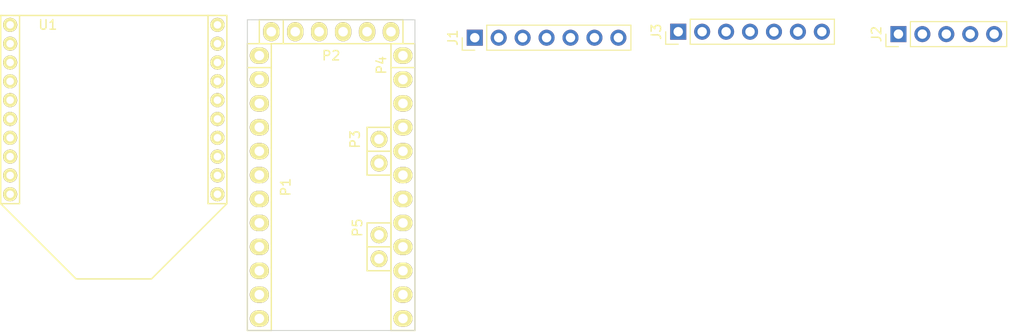
<source format=kicad_pcb>
(kicad_pcb (version 4) (host pcbnew 4.0.7-e2-6376~58~ubuntu16.04.1)

  (general
    (links 25)
    (no_connects 25)
    (area 137.109999 81.229999 154.990001 114.350001)
    (thickness 1.6)
    (drawings 11)
    (tracks 0)
    (zones 0)
    (modules 9)
    (nets 9)
  )

  (page A4)
  (title_block
    (date "sam. 04 avril 2015")
  )

  (layers
    (0 F.Cu signal)
    (31 B.Cu signal)
    (32 B.Adhes user)
    (33 F.Adhes user)
    (34 B.Paste user)
    (35 F.Paste user)
    (36 B.SilkS user)
    (37 F.SilkS user)
    (38 B.Mask user)
    (39 F.Mask user)
    (40 Dwgs.User user)
    (41 Cmts.User user)
    (42 Eco1.User user)
    (43 Eco2.User user)
    (44 Edge.Cuts user)
    (45 Margin user)
    (46 B.CrtYd user)
    (47 F.CrtYd user)
    (48 B.Fab user)
    (49 F.Fab user)
  )

  (setup
    (last_trace_width 0.25)
    (trace_clearance 0.2)
    (zone_clearance 0.508)
    (zone_45_only no)
    (trace_min 0.2)
    (segment_width 0.15)
    (edge_width 0.1)
    (via_size 0.6)
    (via_drill 0.4)
    (via_min_size 0.4)
    (via_min_drill 0.3)
    (uvia_size 0.3)
    (uvia_drill 0.1)
    (uvias_allowed no)
    (uvia_min_size 0.2)
    (uvia_min_drill 0.1)
    (pcb_text_width 0.3)
    (pcb_text_size 1.5 1.5)
    (mod_edge_width 0.15)
    (mod_text_size 1 1)
    (mod_text_width 0.15)
    (pad_size 1.5 1.5)
    (pad_drill 0.6)
    (pad_to_mask_clearance 0)
    (aux_axis_origin 137.16 114.3)
    (visible_elements FFFFFF7F)
    (pcbplotparams
      (layerselection 0x00030_80000001)
      (usegerberextensions false)
      (excludeedgelayer true)
      (linewidth 0.100000)
      (plotframeref false)
      (viasonmask false)
      (mode 1)
      (useauxorigin false)
      (hpglpennumber 1)
      (hpglpenspeed 20)
      (hpglpendiameter 15)
      (hpglpenoverlay 2)
      (psnegative false)
      (psa4output false)
      (plotreference true)
      (plotvalue true)
      (plotinvisibletext false)
      (padsonsilk false)
      (subtractmaskfromsilk false)
      (outputformat 1)
      (mirror false)
      (drillshape 1)
      (scaleselection 1)
      (outputdirectory ""))
  )

  (net 0 "")
  (net 1 /Reset)
  (net 2 GND)
  (net 3 SCL)
  (net 4 SDA)
  (net 5 3V3)
  (net 6 ISL29125_nINT)
  (net 7 TX)
  (net 8 RX)

  (net_class Default "This is the default net class."
    (clearance 0.2)
    (trace_width 0.25)
    (via_dia 0.6)
    (via_drill 0.4)
    (uvia_dia 0.3)
    (uvia_drill 0.1)
    (add_net /Reset)
    (add_net 3V3)
    (add_net GND)
    (add_net ISL29125_nINT)
    (add_net RX)
    (add_net SCL)
    (add_net SDA)
    (add_net TX)
  )

  (module Socket_Arduino_Pro_Mini:Socket_Strip_Arduino_1x12 locked (layer F.Cu) (tedit 55216A20) (tstamp 552111CC)
    (at 138.43 85.09 270)
    (descr "Through hole socket strip")
    (tags "socket strip")
    (path /56D754D1)
    (fp_text reference P1 (at 13.97 -2.794 270) (layer F.SilkS)
      (effects (font (size 1 1) (thickness 0.15)))
    )
    (fp_text value Digital (at 18.034 -2.794 270) (layer F.Fab)
      (effects (font (size 1 1) (thickness 0.15)))
    )
    (fp_line (start 1.27 -1.27) (end -1.27 -1.27) (layer F.SilkS) (width 0.15))
    (fp_line (start -1.27 -1.27) (end -1.27 1.27) (layer F.SilkS) (width 0.15))
    (fp_line (start -1.27 1.27) (end 1.27 1.27) (layer F.SilkS) (width 0.15))
    (fp_line (start -1.75 -1.75) (end -1.75 1.75) (layer F.CrtYd) (width 0.05))
    (fp_line (start 29.7 -1.75) (end 29.7 1.75) (layer F.CrtYd) (width 0.05))
    (fp_line (start -1.75 -1.75) (end 29.7 -1.75) (layer F.CrtYd) (width 0.05))
    (fp_line (start -1.75 1.75) (end 29.7 1.75) (layer F.CrtYd) (width 0.05))
    (fp_line (start 1.27 1.27) (end 29.21 1.27) (layer F.SilkS) (width 0.15))
    (fp_line (start 29.21 1.27) (end 29.21 -1.27) (layer F.SilkS) (width 0.15))
    (fp_line (start 29.21 -1.27) (end 1.27 -1.27) (layer F.SilkS) (width 0.15))
    (fp_line (start 1.27 1.27) (end 1.27 -1.27) (layer F.SilkS) (width 0.15))
    (pad 1 thru_hole oval (at 0 0 270) (size 1.7272 2.032) (drill 1.016) (layers *.Cu *.Mask F.SilkS)
      (net 7 TX))
    (pad 2 thru_hole oval (at 2.54 0 270) (size 1.7272 2.032) (drill 1.016) (layers *.Cu *.Mask F.SilkS)
      (net 8 RX))
    (pad 3 thru_hole oval (at 5.08 0 270) (size 1.7272 2.032) (drill 1.016) (layers *.Cu *.Mask F.SilkS)
      (net 1 /Reset))
    (pad 4 thru_hole oval (at 7.62 0 270) (size 1.7272 2.032) (drill 1.016) (layers *.Cu *.Mask F.SilkS)
      (net 2 GND))
    (pad 5 thru_hole oval (at 10.16 0 270) (size 1.7272 2.032) (drill 1.016) (layers *.Cu *.Mask F.SilkS)
      (net 6 ISL29125_nINT))
    (pad 6 thru_hole oval (at 12.7 0 270) (size 1.7272 2.032) (drill 1.016) (layers *.Cu *.Mask F.SilkS))
    (pad 7 thru_hole oval (at 15.24 0 270) (size 1.7272 2.032) (drill 1.016) (layers *.Cu *.Mask F.SilkS))
    (pad 8 thru_hole oval (at 17.78 0 270) (size 1.7272 2.032) (drill 1.016) (layers *.Cu *.Mask F.SilkS))
    (pad 9 thru_hole oval (at 20.32 0 270) (size 1.7272 2.032) (drill 1.016) (layers *.Cu *.Mask F.SilkS))
    (pad 10 thru_hole oval (at 22.86 0 270) (size 1.7272 2.032) (drill 1.016) (layers *.Cu *.Mask F.SilkS))
    (pad 11 thru_hole oval (at 25.4 0 270) (size 1.7272 2.032) (drill 1.016) (layers *.Cu *.Mask F.SilkS))
    (pad 12 thru_hole oval (at 27.94 0 270) (size 1.7272 2.032) (drill 1.016) (layers *.Cu *.Mask F.SilkS))
    (model ${KIPRJMOD}/Socket_Arduino_Pro_Mini.3dshapes/Socket_header_Arduino_1x12.wrl
      (at (xyz 0.55 0 0))
      (scale (xyz 1 1 1))
      (rotate (xyz 0 0 180))
    )
  )

  (module Socket_Arduino_Pro_Mini:Socket_Strip_Arduino_1x06 locked (layer F.Cu) (tedit 55211244) (tstamp 552111E1)
    (at 139.7 82.55)
    (descr "Through hole socket strip")
    (tags "socket strip")
    (path /56D75238)
    (fp_text reference P2 (at 6.35 2.54) (layer F.SilkS)
      (effects (font (size 1 1) (thickness 0.15)))
    )
    (fp_text value COM (at 6.35 3.81) (layer F.Fab)
      (effects (font (size 1 1) (thickness 0.15)))
    )
    (fp_line (start 1.27 -1.27) (end -1.27 -1.27) (layer F.SilkS) (width 0.15))
    (fp_line (start -1.27 -1.27) (end -1.27 1.27) (layer F.SilkS) (width 0.15))
    (fp_line (start -1.27 1.27) (end 1.27 1.27) (layer F.SilkS) (width 0.15))
    (fp_line (start -1.75 -1.75) (end -1.75 1.75) (layer F.CrtYd) (width 0.05))
    (fp_line (start 14.45 -1.75) (end 14.45 1.75) (layer F.CrtYd) (width 0.05))
    (fp_line (start -1.75 -1.75) (end 14.45 -1.75) (layer F.CrtYd) (width 0.05))
    (fp_line (start -1.75 1.75) (end 14.45 1.75) (layer F.CrtYd) (width 0.05))
    (fp_line (start 1.27 1.27) (end 13.97 1.27) (layer F.SilkS) (width 0.15))
    (fp_line (start 13.97 1.27) (end 13.97 -1.27) (layer F.SilkS) (width 0.15))
    (fp_line (start 13.97 -1.27) (end 1.27 -1.27) (layer F.SilkS) (width 0.15))
    (fp_line (start 1.27 1.27) (end 1.27 -1.27) (layer F.SilkS) (width 0.15))
    (pad 1 thru_hole oval (at 0 0) (size 1.7272 2.032) (drill 1.016) (layers *.Cu *.Mask F.SilkS))
    (pad 2 thru_hole oval (at 2.54 0) (size 1.7272 2.032) (drill 1.016) (layers *.Cu *.Mask F.SilkS)
      (net 7 TX))
    (pad 3 thru_hole oval (at 5.08 0) (size 1.7272 2.032) (drill 1.016) (layers *.Cu *.Mask F.SilkS)
      (net 8 RX))
    (pad 4 thru_hole oval (at 7.62 0) (size 1.7272 2.032) (drill 1.016) (layers *.Cu *.Mask F.SilkS)
      (net 5 3V3))
    (pad 5 thru_hole oval (at 10.16 0) (size 1.7272 2.032) (drill 1.016) (layers *.Cu *.Mask F.SilkS)
      (net 2 GND))
    (pad 6 thru_hole oval (at 12.7 0) (size 1.7272 2.032) (drill 1.016) (layers *.Cu *.Mask F.SilkS)
      (net 2 GND))
  )

  (module Socket_Arduino_Pro_Mini:Socket_Strip_Arduino_1x02 locked (layer F.Cu) (tedit 55211235) (tstamp 552111F2)
    (at 151.13 93.98 270)
    (descr "Through hole socket strip")
    (tags "socket strip")
    (path /56D74FB3)
    (fp_text reference P3 (at 0 2.54 270) (layer F.SilkS)
      (effects (font (size 1 1) (thickness 0.15)))
    )
    (fp_text value ADC (at 2.54 2.54 270) (layer F.Fab)
      (effects (font (size 1 1) (thickness 0.15)))
    )
    (fp_line (start 1.27 -1.27) (end -1.27 -1.27) (layer F.SilkS) (width 0.15))
    (fp_line (start -1.27 -1.27) (end -1.27 1.27) (layer F.SilkS) (width 0.15))
    (fp_line (start -1.27 1.27) (end 1.27 1.27) (layer F.SilkS) (width 0.15))
    (fp_line (start 3.81 1.27) (end 1.27 1.27) (layer F.SilkS) (width 0.15))
    (fp_line (start -1.75 -1.75) (end -1.75 1.75) (layer F.CrtYd) (width 0.05))
    (fp_line (start 4.3 -1.75) (end 4.3 1.75) (layer F.CrtYd) (width 0.05))
    (fp_line (start -1.75 -1.75) (end 4.3 -1.75) (layer F.CrtYd) (width 0.05))
    (fp_line (start -1.75 1.75) (end 4.3 1.75) (layer F.CrtYd) (width 0.05))
    (fp_line (start 1.27 1.27) (end 1.27 -1.27) (layer F.SilkS) (width 0.15))
    (fp_line (start 1.27 -1.27) (end 3.81 -1.27) (layer F.SilkS) (width 0.15))
    (fp_line (start 3.81 -1.27) (end 3.81 1.27) (layer F.SilkS) (width 0.15))
    (pad 1 thru_hole circle (at 0 0 270) (size 1.778 1.778) (drill 1.016) (layers *.Cu *.Mask F.SilkS)
      (net 3 SCL))
    (pad 2 thru_hole circle (at 2.54 0 270) (size 1.778 1.778) (drill 1.016) (layers *.Cu *.Mask F.SilkS)
      (net 4 SDA))
  )

  (module Socket_Arduino_Pro_Mini:Socket_Strip_Arduino_1x12 locked (layer F.Cu) (tedit 5521133F) (tstamp 5521120D)
    (at 153.67 85.09 270)
    (descr "Through hole socket strip")
    (tags "socket strip")
    (path /56D755F3)
    (fp_text reference P4 (at 1.016 2.286 270) (layer F.SilkS)
      (effects (font (size 1 1) (thickness 0.15)))
    )
    (fp_text value Analog (at 4.826 2.54 270) (layer F.Fab)
      (effects (font (size 1 1) (thickness 0.15)))
    )
    (fp_line (start 1.27 -1.27) (end -1.27 -1.27) (layer F.SilkS) (width 0.15))
    (fp_line (start -1.27 -1.27) (end -1.27 1.27) (layer F.SilkS) (width 0.15))
    (fp_line (start -1.27 1.27) (end 1.27 1.27) (layer F.SilkS) (width 0.15))
    (fp_line (start -1.75 -1.75) (end -1.75 1.75) (layer F.CrtYd) (width 0.05))
    (fp_line (start 29.7 -1.75) (end 29.7 1.75) (layer F.CrtYd) (width 0.05))
    (fp_line (start -1.75 -1.75) (end 29.7 -1.75) (layer F.CrtYd) (width 0.05))
    (fp_line (start -1.75 1.75) (end 29.7 1.75) (layer F.CrtYd) (width 0.05))
    (fp_line (start 1.27 1.27) (end 29.21 1.27) (layer F.SilkS) (width 0.15))
    (fp_line (start 29.21 1.27) (end 29.21 -1.27) (layer F.SilkS) (width 0.15))
    (fp_line (start 29.21 -1.27) (end 1.27 -1.27) (layer F.SilkS) (width 0.15))
    (fp_line (start 1.27 1.27) (end 1.27 -1.27) (layer F.SilkS) (width 0.15))
    (pad 1 thru_hole oval (at 0 0 270) (size 1.7272 2.032) (drill 1.016) (layers *.Cu *.Mask F.SilkS))
    (pad 2 thru_hole oval (at 2.54 0 270) (size 1.7272 2.032) (drill 1.016) (layers *.Cu *.Mask F.SilkS)
      (net 2 GND))
    (pad 3 thru_hole oval (at 5.08 0 270) (size 1.7272 2.032) (drill 1.016) (layers *.Cu *.Mask F.SilkS)
      (net 1 /Reset))
    (pad 4 thru_hole oval (at 7.62 0 270) (size 1.7272 2.032) (drill 1.016) (layers *.Cu *.Mask F.SilkS)
      (net 5 3V3))
    (pad 5 thru_hole oval (at 10.16 0 270) (size 1.7272 2.032) (drill 1.016) (layers *.Cu *.Mask F.SilkS))
    (pad 6 thru_hole oval (at 12.7 0 270) (size 1.7272 2.032) (drill 1.016) (layers *.Cu *.Mask F.SilkS))
    (pad 7 thru_hole oval (at 15.24 0 270) (size 1.7272 2.032) (drill 1.016) (layers *.Cu *.Mask F.SilkS))
    (pad 8 thru_hole oval (at 17.78 0 270) (size 1.7272 2.032) (drill 1.016) (layers *.Cu *.Mask F.SilkS))
    (pad 9 thru_hole oval (at 20.32 0 270) (size 1.7272 2.032) (drill 1.016) (layers *.Cu *.Mask F.SilkS))
    (pad 10 thru_hole oval (at 22.86 0 270) (size 1.7272 2.032) (drill 1.016) (layers *.Cu *.Mask F.SilkS))
    (pad 11 thru_hole oval (at 25.4 0 270) (size 1.7272 2.032) (drill 1.016) (layers *.Cu *.Mask F.SilkS))
    (pad 12 thru_hole oval (at 27.94 0 270) (size 1.7272 2.032) (drill 1.016) (layers *.Cu *.Mask F.SilkS))
    (model ${KIPRJMOD}/Socket_Arduino_Pro_Mini.3dshapes/Socket_header_Arduino_1x12.wrl
      (at (xyz 0.55 0 0))
      (scale (xyz 1 1 1))
      (rotate (xyz 0 0 180))
    )
  )

  (module Socket_Arduino_Pro_Mini:Socket_Strip_Arduino_1x02 locked (layer F.Cu) (tedit 55211334) (tstamp 55211431)
    (at 151.13 104.14 270)
    (descr "Through hole socket strip")
    (tags "socket strip")
    (path /56D7505C)
    (fp_text reference P5 (at -0.762 2.286 270) (layer F.SilkS)
      (effects (font (size 1 1) (thickness 0.15)))
    )
    (fp_text value ADC (at 2.032 2.286 270) (layer F.Fab)
      (effects (font (size 1 1) (thickness 0.15)))
    )
    (fp_line (start 1.27 -1.27) (end -1.27 -1.27) (layer F.SilkS) (width 0.15))
    (fp_line (start -1.27 -1.27) (end -1.27 1.27) (layer F.SilkS) (width 0.15))
    (fp_line (start -1.27 1.27) (end 1.27 1.27) (layer F.SilkS) (width 0.15))
    (fp_line (start 3.81 1.27) (end 1.27 1.27) (layer F.SilkS) (width 0.15))
    (fp_line (start -1.75 -1.75) (end -1.75 1.75) (layer F.CrtYd) (width 0.05))
    (fp_line (start 4.3 -1.75) (end 4.3 1.75) (layer F.CrtYd) (width 0.05))
    (fp_line (start -1.75 -1.75) (end 4.3 -1.75) (layer F.CrtYd) (width 0.05))
    (fp_line (start -1.75 1.75) (end 4.3 1.75) (layer F.CrtYd) (width 0.05))
    (fp_line (start 1.27 1.27) (end 1.27 -1.27) (layer F.SilkS) (width 0.15))
    (fp_line (start 1.27 -1.27) (end 3.81 -1.27) (layer F.SilkS) (width 0.15))
    (fp_line (start 3.81 -1.27) (end 3.81 1.27) (layer F.SilkS) (width 0.15))
    (pad 1 thru_hole circle (at 0 0 270) (size 1.778 1.778) (drill 1.016) (layers *.Cu *.Mask F.SilkS))
    (pad 2 thru_hole circle (at 2.54 0 270) (size 1.778 1.778) (drill 1.016) (layers *.Cu *.Mask F.SilkS))
  )

  (module Socket_Strips:Socket_Strip_Straight_1x07_Pitch2.54mm (layer F.Cu) (tedit 58CD5446) (tstamp 5A12F6EF)
    (at 161.29 83.185 90)
    (descr "Through hole straight socket strip, 1x07, 2.54mm pitch, single row")
    (tags "Through hole socket strip THT 1x07 2.54mm single row")
    (path /5A12EE90)
    (fp_text reference J1 (at 0 -2.33 90) (layer F.SilkS)
      (effects (font (size 1 1) (thickness 0.15)))
    )
    (fp_text value TSL2561 (at 0 17.57 90) (layer F.Fab)
      (effects (font (size 1 1) (thickness 0.15)))
    )
    (fp_line (start -1.27 -1.27) (end -1.27 16.51) (layer F.Fab) (width 0.1))
    (fp_line (start -1.27 16.51) (end 1.27 16.51) (layer F.Fab) (width 0.1))
    (fp_line (start 1.27 16.51) (end 1.27 -1.27) (layer F.Fab) (width 0.1))
    (fp_line (start 1.27 -1.27) (end -1.27 -1.27) (layer F.Fab) (width 0.1))
    (fp_line (start -1.33 1.27) (end -1.33 16.57) (layer F.SilkS) (width 0.12))
    (fp_line (start -1.33 16.57) (end 1.33 16.57) (layer F.SilkS) (width 0.12))
    (fp_line (start 1.33 16.57) (end 1.33 1.27) (layer F.SilkS) (width 0.12))
    (fp_line (start 1.33 1.27) (end -1.33 1.27) (layer F.SilkS) (width 0.12))
    (fp_line (start -1.33 0) (end -1.33 -1.33) (layer F.SilkS) (width 0.12))
    (fp_line (start -1.33 -1.33) (end 0 -1.33) (layer F.SilkS) (width 0.12))
    (fp_line (start -1.8 -1.8) (end -1.8 17.05) (layer F.CrtYd) (width 0.05))
    (fp_line (start -1.8 17.05) (end 1.8 17.05) (layer F.CrtYd) (width 0.05))
    (fp_line (start 1.8 17.05) (end 1.8 -1.8) (layer F.CrtYd) (width 0.05))
    (fp_line (start 1.8 -1.8) (end -1.8 -1.8) (layer F.CrtYd) (width 0.05))
    (fp_text user %R (at 0 -2.33 90) (layer F.Fab)
      (effects (font (size 1 1) (thickness 0.15)))
    )
    (pad 1 thru_hole rect (at 0 0 90) (size 1.7 1.7) (drill 1) (layers *.Cu *.Mask)
      (net 3 SCL))
    (pad 2 thru_hole oval (at 0 2.54 90) (size 1.7 1.7) (drill 1) (layers *.Cu *.Mask)
      (net 4 SDA))
    (pad 3 thru_hole oval (at 0 5.08 90) (size 1.7 1.7) (drill 1) (layers *.Cu *.Mask))
    (pad 4 thru_hole oval (at 0 7.62 90) (size 1.7 1.7) (drill 1) (layers *.Cu *.Mask)
      (net 2 GND))
    (pad 5 thru_hole oval (at 0 10.16 90) (size 1.7 1.7) (drill 1) (layers *.Cu *.Mask)
      (net 5 3V3))
    (pad 6 thru_hole oval (at 0 12.7 90) (size 1.7 1.7) (drill 1) (layers *.Cu *.Mask)
      (net 2 GND))
    (pad 7 thru_hole oval (at 0 15.24 90) (size 1.7 1.7) (drill 1) (layers *.Cu *.Mask))
    (model ${KISYS3DMOD}/Socket_Strips.3dshapes/Socket_Strip_Straight_1x07_Pitch2.54mm.wrl
      (at (xyz 0 -0.3 0))
      (scale (xyz 1 1 1))
      (rotate (xyz 0 0 270))
    )
  )

  (module Socket_Strips:Socket_Strip_Straight_1x05_Pitch2.54mm (layer F.Cu) (tedit 58CD5446) (tstamp 5A12F6F8)
    (at 206.248 82.804 90)
    (descr "Through hole straight socket strip, 1x05, 2.54mm pitch, single row")
    (tags "Through hole socket strip THT 1x05 2.54mm single row")
    (path /5A12EFA7)
    (fp_text reference J2 (at 0 -2.33 90) (layer F.SilkS)
      (effects (font (size 1 1) (thickness 0.15)))
    )
    (fp_text value ISL29125 (at 0 12.49 90) (layer F.Fab)
      (effects (font (size 1 1) (thickness 0.15)))
    )
    (fp_line (start -1.27 -1.27) (end -1.27 11.43) (layer F.Fab) (width 0.1))
    (fp_line (start -1.27 11.43) (end 1.27 11.43) (layer F.Fab) (width 0.1))
    (fp_line (start 1.27 11.43) (end 1.27 -1.27) (layer F.Fab) (width 0.1))
    (fp_line (start 1.27 -1.27) (end -1.27 -1.27) (layer F.Fab) (width 0.1))
    (fp_line (start -1.33 1.27) (end -1.33 11.49) (layer F.SilkS) (width 0.12))
    (fp_line (start -1.33 11.49) (end 1.33 11.49) (layer F.SilkS) (width 0.12))
    (fp_line (start 1.33 11.49) (end 1.33 1.27) (layer F.SilkS) (width 0.12))
    (fp_line (start 1.33 1.27) (end -1.33 1.27) (layer F.SilkS) (width 0.12))
    (fp_line (start -1.33 0) (end -1.33 -1.33) (layer F.SilkS) (width 0.12))
    (fp_line (start -1.33 -1.33) (end 0 -1.33) (layer F.SilkS) (width 0.12))
    (fp_line (start -1.8 -1.8) (end -1.8 11.95) (layer F.CrtYd) (width 0.05))
    (fp_line (start -1.8 11.95) (end 1.8 11.95) (layer F.CrtYd) (width 0.05))
    (fp_line (start 1.8 11.95) (end 1.8 -1.8) (layer F.CrtYd) (width 0.05))
    (fp_line (start 1.8 -1.8) (end -1.8 -1.8) (layer F.CrtYd) (width 0.05))
    (fp_text user %R (at 0 -2.33 90) (layer F.Fab)
      (effects (font (size 1 1) (thickness 0.15)))
    )
    (pad 1 thru_hole rect (at 0 0 90) (size 1.7 1.7) (drill 1) (layers *.Cu *.Mask)
      (net 6 ISL29125_nINT))
    (pad 2 thru_hole oval (at 0 2.54 90) (size 1.7 1.7) (drill 1) (layers *.Cu *.Mask)
      (net 3 SCL))
    (pad 3 thru_hole oval (at 0 5.08 90) (size 1.7 1.7) (drill 1) (layers *.Cu *.Mask)
      (net 4 SDA))
    (pad 4 thru_hole oval (at 0 7.62 90) (size 1.7 1.7) (drill 1) (layers *.Cu *.Mask)
      (net 5 3V3))
    (pad 5 thru_hole oval (at 0 10.16 90) (size 1.7 1.7) (drill 1) (layers *.Cu *.Mask)
      (net 2 GND))
    (model ${KISYS3DMOD}/Socket_Strips.3dshapes/Socket_Strip_Straight_1x05_Pitch2.54mm.wrl
      (at (xyz 0 -0.2 0))
      (scale (xyz 1 1 1))
      (rotate (xyz 0 0 270))
    )
  )

  (module Socket_Strips:Socket_Strip_Straight_1x07_Pitch2.54mm (layer F.Cu) (tedit 58CD5446) (tstamp 5A12F703)
    (at 182.88 82.55 90)
    (descr "Through hole straight socket strip, 1x07, 2.54mm pitch, single row")
    (tags "Through hole socket strip THT 1x07 2.54mm single row")
    (path /5A12EF57)
    (fp_text reference J3 (at 0 -2.33 90) (layer F.SilkS)
      (effects (font (size 1 1) (thickness 0.15)))
    )
    (fp_text value SI1145 (at 0 17.57 90) (layer F.Fab)
      (effects (font (size 1 1) (thickness 0.15)))
    )
    (fp_line (start -1.27 -1.27) (end -1.27 16.51) (layer F.Fab) (width 0.1))
    (fp_line (start -1.27 16.51) (end 1.27 16.51) (layer F.Fab) (width 0.1))
    (fp_line (start 1.27 16.51) (end 1.27 -1.27) (layer F.Fab) (width 0.1))
    (fp_line (start 1.27 -1.27) (end -1.27 -1.27) (layer F.Fab) (width 0.1))
    (fp_line (start -1.33 1.27) (end -1.33 16.57) (layer F.SilkS) (width 0.12))
    (fp_line (start -1.33 16.57) (end 1.33 16.57) (layer F.SilkS) (width 0.12))
    (fp_line (start 1.33 16.57) (end 1.33 1.27) (layer F.SilkS) (width 0.12))
    (fp_line (start 1.33 1.27) (end -1.33 1.27) (layer F.SilkS) (width 0.12))
    (fp_line (start -1.33 0) (end -1.33 -1.33) (layer F.SilkS) (width 0.12))
    (fp_line (start -1.33 -1.33) (end 0 -1.33) (layer F.SilkS) (width 0.12))
    (fp_line (start -1.8 -1.8) (end -1.8 17.05) (layer F.CrtYd) (width 0.05))
    (fp_line (start -1.8 17.05) (end 1.8 17.05) (layer F.CrtYd) (width 0.05))
    (fp_line (start 1.8 17.05) (end 1.8 -1.8) (layer F.CrtYd) (width 0.05))
    (fp_line (start 1.8 -1.8) (end -1.8 -1.8) (layer F.CrtYd) (width 0.05))
    (fp_text user %R (at 0 -2.33 90) (layer F.Fab)
      (effects (font (size 1 1) (thickness 0.15)))
    )
    (pad 1 thru_hole rect (at 0 0 90) (size 1.7 1.7) (drill 1) (layers *.Cu *.Mask)
      (net 4 SDA))
    (pad 2 thru_hole oval (at 0 2.54 90) (size 1.7 1.7) (drill 1) (layers *.Cu *.Mask)
      (net 3 SCL))
    (pad 3 thru_hole oval (at 0 5.08 90) (size 1.7 1.7) (drill 1) (layers *.Cu *.Mask))
    (pad 4 thru_hole oval (at 0 7.62 90) (size 1.7 1.7) (drill 1) (layers *.Cu *.Mask))
    (pad 5 thru_hole oval (at 0 10.16 90) (size 1.7 1.7) (drill 1) (layers *.Cu *.Mask)
      (net 5 3V3))
    (pad 6 thru_hole oval (at 0 12.7 90) (size 1.7 1.7) (drill 1) (layers *.Cu *.Mask)
      (net 2 GND))
    (pad 7 thru_hole oval (at 0 15.24 90) (size 1.7 1.7) (drill 1) (layers *.Cu *.Mask))
    (model ${KISYS3DMOD}/Socket_Strips.3dshapes/Socket_Strip_Straight_1x07_Pitch2.54mm.wrl
      (at (xyz 0 -0.3 0))
      (scale (xyz 1 1 1))
      (rotate (xyz 0 0 270))
    )
  )

  (module unchecked:XBEE (layer F.Cu) (tedit 5590533B) (tstamp 5A12FA94)
    (at 133.985 99.822 180)
    (path /5A12FA3C)
    (fp_text reference U1 (at 18 18 180) (layer F.SilkS)
      (effects (font (size 1 1) (thickness 0.15)))
    )
    (fp_text value XBEE (at 3 18 180) (layer F.Fab)
      (effects (font (size 1 1) (thickness 0.15)))
    )
    (fp_line (start 21 19) (end 21 -1) (layer F.SilkS) (width 0.15))
    (fp_line (start 21 -1) (end 23 -1) (layer F.SilkS) (width 0.15))
    (fp_line (start 1 19) (end 1 -1) (layer F.SilkS) (width 0.15))
    (fp_line (start 1 -1) (end -1 -1) (layer F.SilkS) (width 0.15))
    (fp_line (start -1 19) (end -1 -1) (layer F.SilkS) (width 0.15))
    (fp_line (start -1 -1) (end 7 -9) (layer F.SilkS) (width 0.15))
    (fp_line (start 7 -9) (end 15 -9) (layer F.SilkS) (width 0.15))
    (fp_line (start -1 19) (end 23 19) (layer F.SilkS) (width 0.15))
    (fp_line (start 23 19) (end 23 -1) (layer F.SilkS) (width 0.15))
    (fp_line (start 23 -1) (end 15 -9) (layer F.SilkS) (width 0.15))
    (pad 1 thru_hole circle (at 0 0 180) (size 1.5 1.5) (drill 0.8) (layers *.Cu *.Mask F.SilkS)
      (net 5 3V3))
    (pad 2 thru_hole circle (at 0 2 180) (size 1.5 1.5) (drill 0.8) (layers *.Cu *.Mask F.SilkS)
      (net 8 RX))
    (pad 3 thru_hole circle (at 0 4 180) (size 1.5 1.5) (drill 0.8) (layers *.Cu *.Mask F.SilkS)
      (net 7 TX))
    (pad 4 thru_hole circle (at 0 6 180) (size 1.5 1.5) (drill 0.8) (layers *.Cu *.Mask F.SilkS))
    (pad 5 thru_hole circle (at 0 8 180) (size 1.5 1.5) (drill 0.8) (layers *.Cu *.Mask F.SilkS))
    (pad 6 thru_hole circle (at 0 10 180) (size 1.5 1.5) (drill 0.8) (layers *.Cu *.Mask F.SilkS))
    (pad 7 thru_hole circle (at 0 12 180) (size 1.5 1.5) (drill 0.8) (layers *.Cu *.Mask F.SilkS))
    (pad 8 thru_hole circle (at 0 14 180) (size 1.5 1.5) (drill 0.8) (layers *.Cu *.Mask F.SilkS))
    (pad 9 thru_hole circle (at 0 16 180) (size 1.5 1.5) (drill 0.8) (layers *.Cu *.Mask F.SilkS))
    (pad 10 thru_hole circle (at 0 18 180) (size 1.5 1.5) (drill 0.8) (layers *.Cu *.Mask F.SilkS)
      (net 2 GND))
    (pad 11 thru_hole circle (at 22 18 180) (size 1.5 1.5) (drill 0.8) (layers *.Cu *.Mask F.SilkS))
    (pad 12 thru_hole circle (at 22 16 180) (size 1.5 1.5) (drill 0.8) (layers *.Cu *.Mask F.SilkS))
    (pad 13 thru_hole circle (at 22 14 180) (size 1.5 1.5) (drill 0.8) (layers *.Cu *.Mask F.SilkS))
    (pad 14 thru_hole circle (at 22 12 180) (size 1.5 1.5) (drill 0.8) (layers *.Cu *.Mask F.SilkS))
    (pad 15 thru_hole circle (at 22 10 180) (size 1.5 1.5) (drill 0.8) (layers *.Cu *.Mask F.SilkS))
    (pad 16 thru_hole circle (at 22 8 180) (size 1.5 1.5) (drill 0.8) (layers *.Cu *.Mask F.SilkS))
    (pad 17 thru_hole circle (at 22 6 180) (size 1.5 1.5) (drill 0.8) (layers *.Cu *.Mask F.SilkS))
    (pad 18 thru_hole circle (at 22 4 180) (size 1.5 1.5) (drill 0.8) (layers *.Cu *.Mask F.SilkS))
    (pad 19 thru_hole circle (at 22 2 180) (size 1.5 1.5) (drill 0.8) (layers *.Cu *.Mask F.SilkS))
    (pad 20 thru_hole circle (at 22 0 180) (size 1.5 1.5) (drill 0.8) (layers *.Cu *.Mask F.SilkS))
  )

  (gr_text 1 (at 136.525 85.217) (layer Dwgs.User)
    (effects (font (size 1.5 1.5) (thickness 0.3)))
  )
  (gr_line (start 143.51 113.03) (end 143.51 107.95) (angle 90) (layer Dwgs.User) (width 0.15))
  (gr_line (start 148.59 113.03) (end 143.51 113.03) (angle 90) (layer Dwgs.User) (width 0.15))
  (gr_line (start 148.59 107.95) (end 148.59 113.03) (angle 90) (layer Dwgs.User) (width 0.15))
  (gr_line (start 143.51 107.95) (end 148.59 107.95) (angle 90) (layer Dwgs.User) (width 0.15))
  (gr_circle (center 146.05 110.49) (end 144.78 110.49) (layer Dwgs.User) (width 0.15))
  (gr_line (start 139.7 114.3) (end 137.16 114.3) (angle 90) (layer Dwgs.User) (width 0.2))
  (gr_line (start 154.94 114.3) (end 137.16 114.3) (angle 90) (layer Edge.Cuts) (width 0.1))
  (gr_line (start 154.94 81.28) (end 154.94 114.3) (angle 90) (layer Edge.Cuts) (width 0.1))
  (gr_line (start 137.16 81.28) (end 154.94 81.28) (angle 90) (layer Edge.Cuts) (width 0.1))
  (gr_line (start 137.16 114.3) (end 137.16 81.28) (angle 90) (layer Edge.Cuts) (width 0.1))

)

</source>
